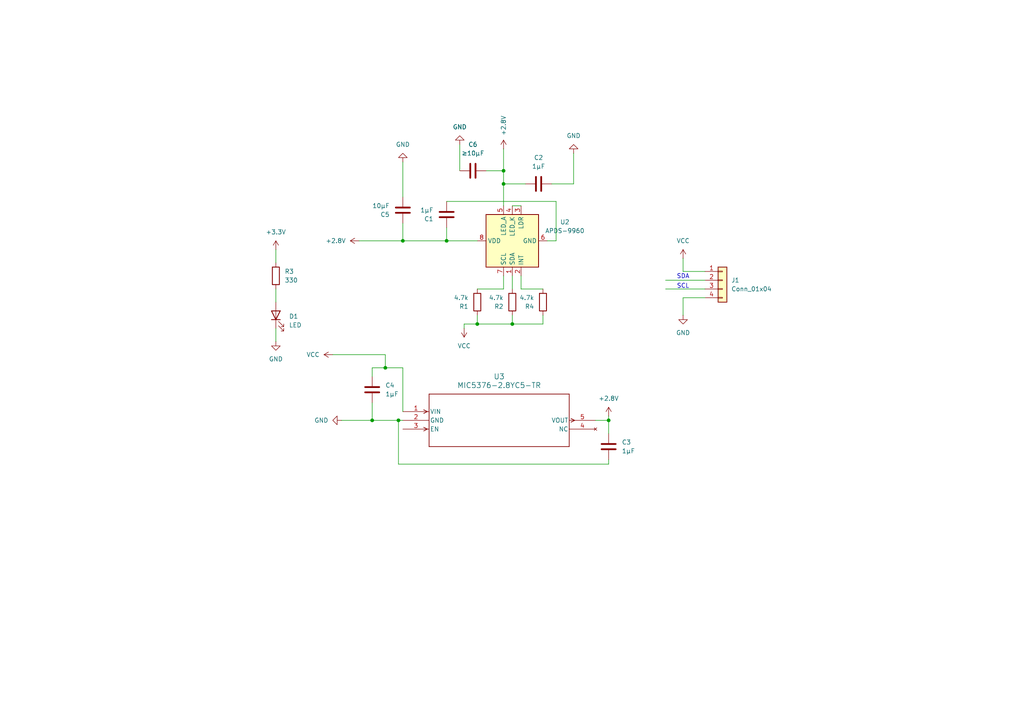
<source format=kicad_sch>
(kicad_sch (version 20250114) (generator "eeschema") (generator_version "9.0")
  (paper "A4")
  (lib_symbols
    (symbol "2026-01-30_03-27-20:MIC5376-2.8YC5-TR" (pin_names (offset 0.254))
      (property "Reference" "U" (at 27.94 10.16 0))
      (property "Value" "MIC5376-2.8YC5-TR" (at 27.94 7.62 0))
      (symbol "MIC5376-2.8YC5-TR_0_1"
        (polyline (pts (xy 7.0993 0) (xy 6.0579 0.5207)) (stroke (width 0.2032)))
        (polyline (pts (xy 7.0993 0) (xy 6.0579 -0.5207)) (stroke (width 0.2032)))
        (polyline (pts (xy 7.0993 -5.08) (xy 6.0579 -4.5593)) (stroke (width 0.2032)))
        (polyline (pts (xy 7.0993 -5.08) (xy 6.0579 -5.6007)) (stroke (width 0.2032)))
        (polyline (pts (xy 7.62 5.08) (xy 7.62 -10.16)) (stroke (width 0.2032)))
        (polyline (pts (xy 7.62 -10.16) (xy 48.26 -10.16)) (stroke (width 0.2032)))
        (polyline (pts (xy 48.26 5.08) (xy 7.62 5.08)) (stroke (width 0.2032)))
        (polyline (pts (xy 48.26 -10.16) (xy 48.26 5.08)) (stroke (width 0.2032)))
        (polyline (pts (xy 48.7807 -2.0193) (xy 49.8221 -2.54)) (stroke (width 0.2032)))
        (polyline (pts (xy 48.7807 -3.0607) (xy 49.8221 -2.54)) (stroke (width 0.2032)))
        (pin input line (at 0 0 0) (length 7.62) (name "VIN") (number "1"))
        (pin power_in line (at 0 -2.54 0) (length 7.62) (name "GND") (number "2"))
        (pin input line (at 0 -5.08 0) (length 7.62) (name "EN") (number "3"))
        (pin output line (at 55.88 -2.54 180) (length 7.62) (name "VOUT") (number "5"))
        (pin no_connect line (at 55.88 -5.08 180) (length 7.62) (name "NC") (number "4"))
      )
    )
    (symbol "Connector_Generic:Conn_01x04" (pin_names (offset 1.016) (hide yes))
      (property "Reference" "J" (at 0 5.08 0))
      (property "Value" "Conn_01x04" (at 0 -7.62 0))
      (symbol "Conn_01x04_1_1"
        (rectangle (start -1.27 3.81) (end 1.27 -6.35) (stroke (width 0.254)) (fill (type background)))
        (rectangle (start -1.27 2.667) (end 0 2.413) (stroke (width 0.1524)))
        (rectangle (start -1.27 0.127) (end 0 -0.127) (stroke (width 0.1524)))
        (rectangle (start -1.27 -2.413) (end 0 -2.667) (stroke (width 0.1524)))
        (rectangle (start -1.27 -4.953) (end 0 -5.207) (stroke (width 0.1524)))
        (pin passive line (at -5.08 2.54 0) (length 3.81) (name "Pin_1") (number "1"))
        (pin passive line (at -5.08 0 0) (length 3.81) (name "Pin_2") (number "2"))
        (pin passive line (at -5.08 -2.54 0) (length 3.81) (name "Pin_3") (number "3"))
        (pin passive line (at -5.08 -5.08 0) (length 3.81) (name "Pin_4") (number "4"))
      )
    )
    (symbol "Device:C" (pin_numbers (hide yes)) (pin_names (offset 0.254))
      (property "Reference" "C" (at 0.635 2.54 0))
      (property "Value" "C" (at 0.635 -2.54 0))
      (symbol "C_0_1"
        (polyline (pts (xy -2.032 0.762) (xy 2.032 0.762)) (stroke (width 0.508)))
        (polyline (pts (xy -2.032 -0.762) (xy 2.032 -0.762)) (stroke (width 0.508)))
      )
      (symbol "C_1_1"
        (pin passive line (at 0 3.81 270) (length 2.794) (name "~") (number "1"))
        (pin passive line (at 0 -3.81 90) (length 2.794) (name "~") (number "2"))
      )
    )
    (symbol "Device:LED" (pin_numbers (hide yes)) (pin_names (offset 1.016) (hide yes))
      (property "Reference" "D" (at 0 2.54 0))
      (property "Value" "LED" (at 0 -2.54 0))
      (symbol "LED_0_1"
        (polyline (pts (xy -3.048 -0.762) (xy -4.572 -2.286) (xy -3.81 -2.286) (xy -4.572 -2.286) (xy -4.572 -1.524)))
        (polyline (pts (xy -1.778 -0.762) (xy -3.302 -2.286) (xy -2.54 -2.286) (xy -3.302 -2.286) (xy -3.302 -1.524)))
        (polyline (pts (xy -1.27 0) (xy 1.27 0)))
        (polyline (pts (xy -1.27 -1.27) (xy -1.27 1.27)) (stroke (width 0.254)))
        (polyline (pts (xy 1.27 -1.27) (xy 1.27 1.27) (xy -1.27 0) (xy 1.27 -1.27)) (stroke (width 0.254)))
      )
      (symbol "LED_1_1"
        (pin passive line (at -3.81 0 0) (length 2.54) (name "K") (number "1"))
        (pin passive line (at 3.81 0 180) (length 2.54) (name "A") (number "2"))
      )
    )
    (symbol "Device:R" (pin_numbers (hide yes)) (pin_names (offset 0))
      (property "Reference" "R" (at 2.032 0 90))
      (property "Value" "R" (at 0 0 90))
      (symbol "R_0_1"
        (rectangle (start -1.016 -2.54) (end 1.016 2.54) (stroke (width 0.254)))
      )
      (symbol "R_1_1"
        (pin passive line (at 0 3.81 270) (length 1.27) (name "~") (number "1"))
        (pin passive line (at 0 -3.81 90) (length 1.27) (name "~") (number "2"))
      )
    )
    (symbol "Sensor:APDS-9960"
      (property "Reference" "U" (at -5.08 8.89 0))
      (property "Value" "APDS-9960" (at 6.35 8.89 0))
      (symbol "APDS-9960_0_1"
        (rectangle (start -7.62 7.62) (end 7.62 -7.62) (stroke (width 0.254)) (fill (type background)))
      )
      (symbol "APDS-9960_1_1"
        (pin input line (at -10.16 2.54 0) (length 2.54) (name "SCL") (number "7"))
        (pin bidirectional line (at -10.16 0 0) (length 2.54) (name "SDA") (number "1"))
        (pin open_collector line (at -10.16 -2.54 0) (length 2.54) (name "INT") (number "2"))
        (pin power_in line (at 0 10.16 270) (length 2.54) (name "VDD") (number "8"))
        (pin power_in line (at 0 -10.16 90) (length 2.54) (name "GND") (number "6"))
        (pin passive line (at 10.16 2.54 180) (length 2.54) (name "LED_A") (number "5"))
        (pin passive line (at 10.16 0 180) (length 2.54) (name "LED_K") (number "4"))
        (pin passive line (at 10.16 -2.54 180) (length 2.54) (name "LDR") (number "3"))
      )
    )
    (symbol "power:+3.3V" (power) (pin_numbers (hide yes)) (pin_names (offset 0) (hide yes))
      (property "Value" "+3.3V" (at 0 3.556 0))
      (symbol "+3.3V_0_1"
        (polyline (pts (xy -0.762 1.27) (xy 0 2.54)))
        (polyline (pts (xy 0 2.54) (xy 0.762 1.27)))
        (polyline (pts (xy 0 0) (xy 0 2.54)))
      )
      (symbol "+3.3V_1_1"
        (pin power_in line (at 0 0 90) (length 0) (name "~") (number "1"))
      )
    )
    (symbol "power:GND" (power) (pin_numbers (hide yes)) (pin_names (offset 0) (hide yes))
      (property "Value" "GND" (at 0 -3.81 0))
      (symbol "GND_0_1"
        (polyline (pts (xy 0 0) (xy 0 -1.27) (xy 1.27 -1.27) (xy 0 -2.54) (xy -1.27 -1.27) (xy 0 -1.27)))
      )
      (symbol "GND_1_1"
        (pin power_in line (at 0 0 270) (length 0) (name "~") (number "1"))
      )
    )
    (symbol "power:VBUS" (power) (pin_numbers (hide yes)) (pin_names (offset 0) (hide yes))
      (property "Value" "VBUS" (at 0 3.556 0))
      (symbol "VBUS_0_1"
        (polyline (pts (xy -0.762 1.27) (xy 0 2.54)))
        (polyline (pts (xy 0 2.54) (xy 0.762 1.27)))
        (polyline (pts (xy 0 0) (xy 0 2.54)))
      )
      (symbol "VBUS_1_1"
        (pin power_in line (at 0 0 90) (length 0) (name "~") (number "1"))
      )
    )
    (symbol "power:VCC" (power) (pin_numbers (hide yes)) (pin_names (offset 0) (hide yes))
      (property "Value" "VCC" (at 0 3.556 0))
      (symbol "VCC_0_1"
        (polyline (pts (xy -0.762 1.27) (xy 0 2.54)))
        (polyline (pts (xy 0 2.54) (xy 0.762 1.27)))
        (polyline (pts (xy 0 0) (xy 0 2.54)))
      )
      (symbol "VCC_1_1"
        (pin power_in line (at 0 0 90) (length 0) (name "~") (number "1"))
      )
    )
  )
  (text "SDA\n" (at 198.12 80.264 0) (effects (font (size 1.27 1.27))))
  (text "SCL\n" (at 198.12 83.058 0) (effects (font (size 1.27 1.27))))
  (junction (at 115.57 121.92))
  (junction (at 116.84 69.85))
  (junction (at 111.76 106.68))
  (junction (at 138.43 93.98))
  (junction (at 107.95 121.92))
  (junction (at 146.05 53.34))
  (junction (at 176.53 121.92))
  (junction (at 148.59 93.98))
  (junction (at 129.54 69.85))
  (junction (at 146.05 49.53))
  (wire (pts (xy 138.43 93.98) (xy 134.62 93.98)))
  (wire (pts (xy 166.37 53.34) (xy 166.37 44.45)))
  (wire (pts (xy 99.06 121.92) (xy 107.95 121.92)))
  (wire (pts (xy 129.54 69.85) (xy 138.43 69.85)))
  (wire (pts (xy 115.57 134.62) (xy 115.57 121.92)))
  (wire (pts (xy 161.29 69.85) (xy 158.75 69.85)))
  (wire (pts (xy 107.95 121.92) (xy 115.57 121.92)))
  (wire (pts (xy 198.12 86.36) (xy 198.12 91.44)))
  (wire (pts (xy 115.57 121.92) (xy 116.84 121.92)))
  (wire (pts (xy 146.05 83.82) (xy 138.43 83.82)))
  (wire (pts (xy 148.59 91.44) (xy 148.59 93.98)))
  (wire (pts (xy 80.01 72.39) (xy 80.01 76.2)))
  (wire (pts (xy 116.84 64.77) (xy 116.84 69.85)))
  (wire (pts (xy 148.59 80.01) (xy 148.59 83.82)))
  (wire (pts (xy 146.05 53.34) (xy 152.4 53.34)))
  (wire (pts (xy 146.05 80.01) (xy 146.05 83.82)))
  (wire (pts (xy 148.59 59.69) (xy 151.13 59.69)))
  (wire (pts (xy 138.43 93.98) (xy 148.59 93.98)))
  (wire (pts (xy 160.02 53.34) (xy 166.37 53.34)))
  (wire (pts (xy 157.48 93.98) (xy 148.59 93.98)))
  (wire (pts (xy 107.95 116.84) (xy 107.95 121.92)))
  (wire (pts (xy 129.54 58.42) (xy 161.29 58.42)))
  (wire (pts (xy 157.48 91.44) (xy 157.48 93.98)))
  (wire (pts (xy 151.13 83.82) (xy 157.48 83.82)))
  (wire (pts (xy 176.53 134.62) (xy 115.57 134.62)))
  (wire (pts (xy 111.76 102.87) (xy 111.76 106.68)))
  (wire (pts (xy 80.01 83.82) (xy 80.01 87.63)))
  (wire (pts (xy 133.35 41.91) (xy 133.35 49.53)))
  (wire (pts (xy 146.05 43.18) (xy 146.05 49.53)))
  (wire (pts (xy 204.47 78.74) (xy 198.12 78.74)))
  (wire (pts (xy 80.01 95.25) (xy 80.01 99.06)))
  (wire (pts (xy 138.43 91.44) (xy 138.43 93.98)))
  (wire (pts (xy 146.05 49.53) (xy 146.05 53.34)))
  (wire (pts (xy 116.84 69.85) (xy 129.54 69.85)))
  (wire (pts (xy 172.72 121.92) (xy 176.53 121.92)))
  (wire (pts (xy 193.04 81.28) (xy 204.47 81.28)))
  (wire (pts (xy 198.12 74.93) (xy 198.12 78.74)))
  (wire (pts (xy 107.95 106.68) (xy 111.76 106.68)))
  (wire (pts (xy 104.14 69.85) (xy 116.84 69.85)))
  (wire (pts (xy 116.84 119.38) (xy 116.84 106.68)))
  (wire (pts (xy 193.04 83.82) (xy 204.47 83.82)))
  (wire (pts (xy 151.13 83.82) (xy 151.13 80.01)))
  (wire (pts (xy 107.95 106.68) (xy 107.95 109.22)))
  (wire (pts (xy 161.29 58.42) (xy 161.29 69.85)))
  (wire (pts (xy 204.47 86.36) (xy 198.12 86.36)))
  (wire (pts (xy 129.54 66.04) (xy 129.54 69.85)))
  (wire (pts (xy 111.76 106.68) (xy 116.84 106.68)))
  (wire (pts (xy 176.53 133.35) (xy 176.53 134.62)))
  (wire (pts (xy 140.97 49.53) (xy 146.05 49.53)))
  (wire (pts (xy 176.53 121.92) (xy 176.53 120.65)))
  (wire (pts (xy 96.52 102.87) (xy 111.76 102.87)))
  (wire (pts (xy 116.84 46.99) (xy 116.84 57.15)))
  (wire (pts (xy 176.53 121.92) (xy 176.53 125.73)))
  (wire (pts (xy 146.05 53.34) (xy 146.05 59.69)))
  (wire (pts (xy 134.62 93.98) (xy 134.62 95.25)))
  (symbol (lib_id "2026-01-30_03-27-20:MIC5376-2.8YC5-TR") (at 116.84 119.38 0) (unit 1)
    (property "Reference" "U3" (at 144.78 109.22 0) (effects (font (size 1.524 1.524))))
    (property "Value" "MIC5376-2.8YC5-TR" (at 144.78 111.76 0) (effects (font (size 1.524 1.524))))
    (property "Footprint" "APDS-9960:SC-70_C5_MCH" (effects (hide yes)))
    (property "Datasheet" "MIC5376-2.8YC5-TR" (effects (hide yes)))
  )
  (symbol (lib_id "power:+3.3V") (at 146.05 43.18 0) (unit 1)
    (property "Reference" "#PWR07" (effects (hide yes)))
    (property "Value" "+2.8V" (at 146.0501 39.37 90) (effects (justify left)))
    (property "Description" "Power symbol creates a global label with name \"+3.3V\"" (effects (hide yes)))
  )
  (symbol (lib_id "Device:C") (at 129.54 62.23 180) (unit 1)
    (property "Reference" "C1" (at 125.73 63.5001 0) (effects (justify left)))
    (property "Value" "1μF" (at 125.73 60.9601 0) (effects (justify left)))
    (property "Footprint" "Capacitor_SMD:C_0603_1608Metric_Pad1.08x0.95mm_HandSolder" (effects (hide yes)))
    (property "Description" "Unpolarized capacitor" (effects (hide yes)))
  )
  (symbol (lib_id "Device:R") (at 157.48 87.63 180) (unit 1)
    (property "Reference" "R4" (at 154.94 88.9001 0) (effects (justify left)))
    (property "Value" "4.7k" (at 154.94 86.3601 0) (effects (justify left)))
    (property "Footprint" "Resistor_SMD:R_0603_1608Metric_Pad0.98x0.95mm_HandSolder" (effects (hide yes)))
    (property "Description" "Resistor" (effects (hide yes)))
  )
  (symbol (lib_id "power:GND") (at 80.01 99.06 0) (unit 1)
    (property "Reference" "#PWR02" (effects (hide yes)))
    (property "Value" "GND" (at 80.01 104.14 0))
    (property "Description" "Power symbol creates a global label with name \"GND\" , ground" (effects (hide yes)))
  )
  (symbol (lib_id "power:GND") (at 166.37 44.45 180) (unit 1)
    (property "Reference" "#PWR011" (effects (hide yes)))
    (property "Value" "GND" (at 166.37 39.37 0))
    (property "Description" "Power symbol creates a global label with name \"GND\" , ground" (effects (hide yes)))
  )
  (symbol (lib_id "Device:LED") (at 80.01 91.44 90) (unit 1)
    (property "Reference" "D1" (at 83.82 91.7574 90) (effects (justify right)))
    (property "Value" "LED" (at 83.82 94.2974 90) (effects (justify right)))
    (property "Footprint" "LED_SMD:LED_0603_1608Metric_Pad1.05x0.95mm_HandSolder" (effects (hide yes)))
    (property "Description" "Light emitting diode" (effects (hide yes)))
    (property "Sim.Pins" "1=K 2=A" (effects (hide yes)))
  )
  (symbol (lib_id "power:+3.3V") (at 104.14 69.85 90) (unit 1)
    (property "Reference" "#PWR015" (effects (hide yes)))
    (property "Value" "+2.8V" (at 100.33 69.8499 90) (effects (justify left)))
    (property "Description" "Power symbol creates a global label with name \"+3.3V\"" (effects (hide yes)))
  )
  (symbol (lib_id "Connector_Generic:Conn_01x04") (at 209.55 81.28 0) (unit 1)
    (property "Reference" "J1" (at 212.09 81.2799 0) (effects (justify left)))
    (property "Value" "Conn_01x04" (at 212.09 83.8199 0) (effects (justify left)))
    (property "Footprint" "Connector_PinSocket_1.00mm:PinSocket_1x04_P1.00mm_Vertical" (effects (hide yes)))
    (property "Description" "Generic connector, single row, 01x04, script generated (kicad-library-utils/schlib/autogen/connector/)" (effects (hide yes)))
  )
  (symbol (lib_id "Device:C") (at 156.21 53.34 90) (unit 1)
    (property "Reference" "C2" (at 156.21 45.72 90))
    (property "Value" "1μF" (at 156.21 48.26 90))
    (property "Footprint" "Capacitor_SMD:C_0603_1608Metric_Pad1.08x0.95mm_HandSolder" (effects (hide yes)))
    (property "Description" "Unpolarized capacitor" (effects (hide yes)))
  )
  (symbol (lib_id "Device:C") (at 107.95 113.03 0) (unit 1)
    (property "Reference" "C4" (at 111.76 111.7599 0) (effects (justify left)))
    (property "Value" "1μF" (at 111.76 114.2999 0) (effects (justify left)))
    (property "Footprint" "Capacitor_SMD:C_0603_1608Metric_Pad1.08x0.95mm_HandSolder" (effects (hide yes)))
    (property "Description" "Unpolarized capacitor" (effects (hide yes)))
  )
  (symbol (lib_id "power:GND") (at 99.06 121.92 270) (unit 1)
    (property "Reference" "#PWR010" (effects (hide yes)))
    (property "Value" "GND" (at 95.25 121.9199 90) (effects (justify right)))
    (property "Description" "Power symbol creates a global label with name \"GND\" , ground" (effects (hide yes)))
  )
  (symbol (lib_id "power:GND") (at 116.84 46.99 180) (unit 1)
    (property "Reference" "#PWR09" (effects (hide yes)))
    (property "Value" "GND" (at 116.84 41.91 0))
    (property "Description" "Power symbol creates a global label with name \"GND\" , ground" (effects (hide yes)))
  )
  (symbol (lib_id "power:VCC") (at 198.12 74.93 0) (unit 1)
    (property "Reference" "#PWR04" (effects (hide yes)))
    (property "Value" "VCC" (at 198.12 69.85 0))
    (property "Description" "Power symbol creates a global label with name \"VCC\"" (effects (hide yes)))
  )
  (symbol (lib_id "Device:C") (at 176.53 129.54 0) (unit 1)
    (property "Reference" "C3" (at 180.34 128.2699 0) (effects (justify left)))
    (property "Value" "1μF" (at 180.34 130.8099 0) (effects (justify left)))
    (property "Footprint" "Capacitor_SMD:C_0603_1608Metric_Pad1.08x0.95mm_HandSolder" (effects (hide yes)))
    (property "Description" "Unpolarized capacitor" (effects (hide yes)))
  )
  (symbol (lib_id "power:VBUS") (at 96.52 102.87 90) (unit 1)
    (property "Reference" "#PWR05" (effects (hide yes)))
    (property "Value" "VCC" (at 92.71 102.8699 90) (effects (justify left)))
    (property "Description" "Power symbol creates a global label with name \"VBUS\"" (effects (hide yes)))
  )
  (symbol (lib_id "Device:R") (at 148.59 87.63 180) (unit 1)
    (property "Reference" "R2" (at 146.05 88.9001 0) (effects (justify left)))
    (property "Value" "4.7k" (at 146.05 86.3601 0) (effects (justify left)))
    (property "Footprint" "Resistor_SMD:R_0603_1608Metric_Pad0.98x0.95mm_HandSolder" (effects (hide yes)))
    (property "Description" "Resistor" (effects (hide yes)))
  )
  (symbol (lib_id "Device:R") (at 80.01 80.01 0) (unit 1)
    (property "Reference" "R3" (at 82.55 78.7399 0) (effects (justify left)))
    (property "Value" "330" (at 82.55 81.2799 0) (effects (justify left)))
    (property "Footprint" "Resistor_SMD:R_0603_1608Metric_Pad0.98x0.95mm_HandSolder" (effects (hide yes)))
    (property "Description" "Resistor" (effects (hide yes)))
  )
  (symbol (lib_id "Sensor:APDS-9960") (at 148.59 69.85 90) (unit 1)
    (property "Reference" "U2" (at 163.83 64.4046 90))
    (property "Value" "APDS-9960" (at 163.83 66.9446 90))
    (property "Footprint" "Sensor:Avago_APDS-9960" (effects (hide yes)))
    (property "Datasheet" "https://docs.broadcom.com/doc/AV02-4191EN" (effects (hide yes)))
    (property "Description" "Digital Proximity, Ambient Light, RGB and Gesture Sensor" (effects (hide yes)))
  )
  (symbol (lib_id "power:GND") (at 198.12 91.44 0) (unit 1)
    (property "Reference" "#PWR01" (effects (hide yes)))
    (property "Value" "GND" (at 198.12 96.52 0))
    (property "Description" "Power symbol creates a global label with name \"GND\" , ground" (effects (hide yes)))
  )
  (symbol (lib_id "Device:C") (at 116.84 60.96 180) (unit 1)
    (property "Reference" "C5" (at 113.03 62.2301 0) (effects (justify left)))
    (property "Value" "10μF" (at 113.03 59.6901 0) (effects (justify left)))
    (property "Footprint" "Capacitor_SMD:C_0603_1608Metric_Pad1.08x0.95mm_HandSolder" (effects (hide yes)))
    (property "Description" "Unpolarized capacitor" (effects (hide yes)))
  )
  (symbol (lib_id "Device:C") (at 137.16 49.53 270) (unit 1)
    (property "Reference" "C6" (at 137.16 41.91 90))
    (property "Value" "≥10µF" (at 137.16 44.45 90))
    (property "Footprint" "Capacitor_SMD:C_0603_1608Metric_Pad1.08x0.95mm_HandSolder" (effects (hide yes)))
    (property "Description" "Unpolarized capacitor" (effects (hide yes)))
  )
  (symbol (lib_id "power:+3.3V") (at 80.01 72.39 0) (unit 1)
    (property "Reference" "#PWR03" (effects (hide yes)))
    (property "Value" "+3.3V" (at 80.01 67.31 0))
    (property "Description" "Power symbol creates a global label with name \"+3.3V\"" (effects (hide yes)))
  )
  (symbol (lib_id "power:VBUS") (at 134.62 95.25 180) (unit 1)
    (property "Reference" "#PWR016" (effects (hide yes)))
    (property "Value" "VCC" (at 134.62 100.33 0))
    (property "Description" "Power symbol creates a global label with name \"VBUS\"" (effects (hide yes)))
  )
  (symbol (lib_id "Device:R") (at 138.43 87.63 180) (unit 1)
    (property "Reference" "R1" (at 135.89 88.9001 0) (effects (justify left)))
    (property "Value" "4.7k" (at 135.89 86.3601 0) (effects (justify left)))
    (property "Footprint" "Resistor_SMD:R_0603_1608Metric_Pad0.98x0.95mm_HandSolder" (effects (hide yes)))
    (property "Description" "Resistor" (effects (hide yes)))
  )
  (symbol (lib_id "power:+3.3V") (at 176.53 120.65 0) (unit 1)
    (property "Reference" "#PWR012" (effects (hide yes)))
    (property "Value" "+2.8V" (at 176.53 115.57 0))
    (property "Description" "Power symbol creates a global label with name \"+3.3V\"" (effects (hide yes)))
  )
  (symbol (lib_id "power:GND") (at 133.35 41.91 180) (unit 1)
    (property "Reference" "#PWR06" (effects (hide yes)))
    (property "Value" "GND" (at 133.35 36.83 0))
    (property "Description" "Power symbol creates a global label with name \"GND\" , ground" (effects (hide yes)))
  )
)
</source>
